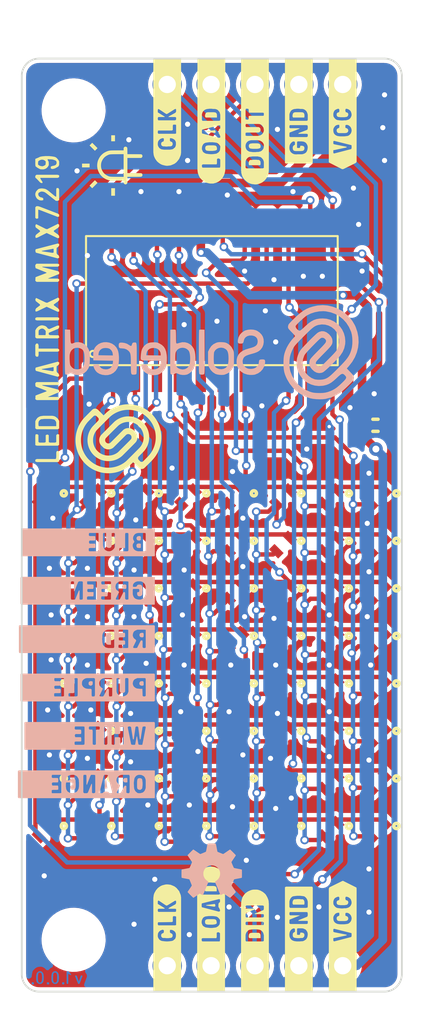
<source format=kicad_pcb>
(kicad_pcb (version 20211014) (generator pcbnew)
  (title_block (title "8x8 LED matrix Green MAX7219 board") (date "2021-09-08") (rev "V1.0.0.") (company "SOLDERED") (comment 1 "333148"))
  (layers (0 "F.Cu" signal) (31 "B.Cu" signal) (34 "B.Paste" user) (35 "F.Paste" user) (36 "B.SilkS" user "B.Silkscreen") (37 "F.SilkS" user "F.Silkscreen") (38 "B.Mask" user) (39 "F.Mask" user) (44 "Edge.Cuts" user))
  (net 0 "")
  (net 1 "Net-(D1-Pad1)")
  (net 2 "Net-(D1-Pad2)")
  (net 3 "Net-(D10-Pad2)")
  (net 4 "Net-(D17-Pad2)")
  (net 5 "Net-(D25-Pad2)")
  (net 6 "Net-(D33-Pad2)")
  (net 7 "Net-(D41-Pad2)")
  (net 8 "Net-(D49-Pad2)")
  (net 9 "Net-(D11-Pad1)")
  (net 10 "Net-(D12-Pad1)")
  (net 11 "Net-(D13-Pad1)")
  (net 12 "Net-(D14-Pad1)")
  (net 13 "Net-(D15-Pad1)")
  (net 14 "Net-(D16-Pad1)")
  (net 15 "CLK")
  (net 16 "LOAD")
  (net 17 "DIN")
  (net 18 "GND")
  (net 19 "VCC")
  (net 20 "DOUT")
  (net 21 "Net-(R1-Pad1)")
  (net 22 "Net-(D57-Pad2)")
  (net 23 "Net-(D10-Pad1)")
  (footprint "e-radionica.com footprinti:0402LED" (layer "F.Cu") (at 85 143.25 45)
    (fp_text reference "D4")
    (fp_text value "0402LED")
  )
  (footprint "e-radionica.com footprinti:0402LED" (layer "F.Cu") (at 85 126.75 45)
    (fp_text reference "D52")
    (fp_text value "0402LED")
  )
  (footprint "e-radionica.com footprinti:0402LED" (layer "F.Cu") (at 79.5 135 45)
    (fp_text reference "D26")
    (fp_text value "0402LED")
  )
  (footprint "e-radionica.com footprinti:0402LED" (layer "F.Cu") (at 87.75 135 45)
    (fp_text reference "D29")
    (fp_text value "0402LED")
  )
  (footprint "e-radionica.com footprinti:0402LED" (layer "F.Cu") (at 79.5 143.25 45)
    (fp_text reference "D2")
    (fp_text value "0402LED")
  )
  (footprint "e-radionica.com footprinti:0402LED" (layer "F.Cu") (at 96 124 45)
    (fp_text reference "D64")
    (fp_text value "0402LED")
  )
  (footprint "e-radionica.com footprinti:0402LED" (layer "F.Cu") (at 87.75 124 45)
    (fp_text reference "D61")
    (fp_text value "0402LED")
  )
  (footprint "Soldered Graphics:Logo-Back-SolderedFULL-17mm" (layer "F.Cu") (at 86.375 115.625)
    (fp_text reference "REF**" hide)
    (fp_text value "Logo-Front-SolderedFULL-17mm" hide)
  )
  (footprint "e-radionica.com footprinti:0402LED" (layer "F.Cu") (at 96 140.5 45)
    (fp_text reference "D16")
    (fp_text value "0402LED")
  )
  (footprint "e-radionica.com footprinti:0402LED" (layer "F.Cu") (at 93.25 124 45)
    (fp_text reference "D63")
    (fp_text value "0402LED")
  )
  (footprint "e-radionica.com footprinti:0402LED" (layer "F.Cu") (at 85 135 45)
    (fp_text reference "D28")
    (fp_text value "0402LED")
  )
  (footprint "e-radionica.com footprinti:0402LED" (layer "F.Cu") (at 82.25 126.75 45)
    (fp_text reference "D51")
    (fp_text value "0402LED")
  )
  (footprint "e-radionica.com footprinti:0402LED" (layer "F.Cu") (at 76.75 143.25 45)
    (fp_text reference "D1")
    (fp_text value "0402LED")
  )
  (footprint "e-radionica.com footprinti:0402LED" (layer "F.Cu") (at 93.25 137.75 45)
    (fp_text reference "D23")
    (fp_text value "0402LED")
  )
  (footprint "e-radionica.com footprinti:0402LED" (layer "F.Cu") (at 90.5 129.5 45)
    (fp_text reference "D46")
    (fp_text value "0402LED")
  )
  (footprint "e-radionica.com footprinti:0402LED" (layer "F.Cu") (at 79.5 124 45)
    (fp_text reference "D58")
    (fp_text value "0402LED")
  )
  (footprint "e-radionica.com footprinti:0402LED" (layer "F.Cu") (at 82.25 143.25 45)
    (fp_text reference "D3")
    (fp_text value "0402LED")
  )
  (footprint "e-radionica.com footprinti:0402LED" (layer "F.Cu") (at 93.25 132.25 45)
    (fp_text reference "D39")
    (fp_text value "0402LED")
  )
  (footprint "e-radionica.com footprinti:0402LED" (layer "F.Cu") (at 96 137.75 45)
    (fp_text reference "D24")
    (fp_text value "0402LED")
  )
  (footprint "e-radionica.com footprinti:0402LED" (layer "F.Cu") (at 85 129.5 45)
    (fp_text reference "D44")
    (fp_text value "0402LED")
  )
  (footprint "e-radionica.com footprinti:0402LED" (layer "F.Cu") (at 85 140.5 45)
    (fp_text reference "D12")
    (fp_text value "0402LED")
  )
  (footprint "e-radionica.com footprinti:0402LED" (layer "F.Cu") (at 85 132.25 45)
    (fp_text reference "D36")
    (fp_text value "0402LED")
  )
  (footprint "buzzardLabel" (layer "F.Cu") (at 93.955 153.025 90)
    (fp_text reference "")
    (fp_text value "")
  )
  (footprint "Soldered Graphics:Symbol-Front-LED" (layer "F.Cu") (at 80.615 104.815 90)
    (fp_text reference "G***" hide)
    (fp_text value "LOGO" hide)
  )
  (footprint "e-radionica.com footprinti:0402LED" (layer "F.Cu") (at 87.75 129.5 45)
    (fp_text reference "D45")
    (fp_text value "0402LED")
  )
  (footprint "e-radionica.com footprinti:0402LED" (layer "F.Cu") (at 76.75 129.5 45)
    (fp_text reference "D41")
    (fp_text value "0402LED")
  )
  (footprint "e-radionica.com footprinti:0402LED" (layer "F.Cu") (at 96 135 45)
    (fp_text reference "D32")
    (fp_text value "0402LED")
  )
  (footprint "buzzardLabel" (layer "F.Cu") (at 93.955 98.225 90)
    (fp_text reference "")
    (fp_text value "")
  )
  (footprint "e-radionica.com footprinti:0402LED" (layer "F.Cu") (at 85 137.75 45)
    (fp_text reference "D20")
    (fp_text value "0402LED")
  )
  (footprint "e-radionica.com footprinti:0402LED" (layer "F.Cu") (at 93.25 143.25 45)
    (fp_text reference "D7")
    (fp_text value "0402LED")
  )
  (footprint "buzzardLabel" (layer "F.Cu") (at 91.415 153.025 90)
    (fp_text reference "")
    (fp_text value "")
  )
  (footprint "e-radionica.com footprinti:0402LED" (layer "F.Cu") (at 96 132.25 45)
    (fp_text reference "D40")
    (fp_text value "0402LED")
  )
  (footprint "e-radionica.com footprinti:0402LED" (layer "F.Cu") (at 93.25 129.5 45)
    (fp_text reference "D47")
    (fp_text value "0402LED")
  )
  (footprint "e-radionica.com footprinti:0402LED" (layer "F.Cu") (at 79.5 126.75 45)
    (fp_text reference "D50")
    (fp_text value "0402LED")
  )
  (footprint "e-radionica.com footprinti:0402LED" (layer "F.Cu") (at 90.5 126.75 45)
    (fp_text reference "D54")
    (fp_text value "0402LED")
  )
  (footprint "Soldered Graphics:Logo-Back-OSH-3.5mm" (layer "F.Cu") (at 86.375 145.625)
    (fp_text reference "G***" hide)
    (fp_text value "LOGO" hide)
  )
  (footprint "e-radionica.com footprinti:0402LED" (layer "F.Cu") (at 96 126.75 45)
    (fp_text reference "D56")
    (fp_text value "0402LED")
  )
  (footprint "e-radionica.com footprinti:0402LED" (layer "F.Cu") (at 93.25 126.75 45)
    (fp_text reference "D55")
    (fp_text value "0402LED")
  )
  (footprint "buzzardLabel" (layer "F.Cu") (at 83.795 153.025 90)
    (fp_text reference "")
    (fp_text value "")
  )
  (footprint "e-radionica.com footprinti:0402LED" (layer "F.Cu") (at 79.5 140.5 45)
    (fp_text reference "D10")
    (fp_text value "0402LED")
  )
  (footprint "e-radionica.com footprinti:HOLE_3.2mm" (layer "F.Cu") (at 78.375 101.625)
    (fp_text reference "H2" hide)
    (fp_text value "HOLE_3.2mm" hide)
  )
  (footprint "e-radionica.com footprinti:0402LED" (layer "F.Cu") (at 90.5 124 45)
    (fp_text reference "D62")
    (fp_text value "0402LED")
  )
  (footprint "buzzardLabel" (layer "F.Cu") (at 88.875 153.025 90)
    (fp_text reference "")
    (fp_text value "")
  )
  (footprint "e-radionica.com footprinti:0402LED" (layer "F.Cu") (at 79.5 132.25 45)
    (fp_text reference "D34")
    (fp_text value "0402LED")
  )
  (footprint "e-radionica.com footprinti:0402LED" (layer "F.Cu") (at 90.5 143.25 45)
    (fp_text reference "D6")
    (fp_text value "0402LED")
  )
  (footprint "e-radionica.com footprinti:0402LED" (layer "F.Cu") (at 82.25 135 45)
    (fp_text reference "D27")
    (fp_text value "0402LED")
  )
  (footprint "e-radionica.com footprinti:0402LED" (layer "F.Cu") (at 87.75 137.75 45)
    (fp_text reference "D21")
    (fp_text value "0402LED")
  )
  (footprint "e-radionica.com footprinti:FIDUCIAL_23" (layer "F.Cu") (at 80.55 113.95)
    (fp_text reference "FD1")
    (fp_text value "FIDUCIAL")
  )
  (footprint "e-radionica.com footprinti:HOLE_3.2mm" (layer "F.Cu") (at 78.375 149.625)
    (fp_text reference "H1" hide)
    (fp_text value "HOLE_3.2mm" hide)
  )
  (footprint "e-radionica.com footprinti:0402LED" (layer "F.Cu") (at 90.5 140.5 45)
    (fp_text reference "D14")
    (fp_text value "0402LED")
  )
  (footprint "e-radionica.com footprinti:0402LED" (layer "F.Cu") (at 87.75 126.75 45)
    (fp_text reference "D53")
    (fp_text value "0402LED")
  )
  (footprint "e-radionica.com footprinti:0402LED" (layer "F.Cu") (at 96 143.25 45)
    (fp_text reference "D8")
    (fp_text value "0402LED")
  )
  (footprint "e-radionica.com footprinti:0402LED" (layer "F.Cu") (at 76.75 137.75 45)
    (fp_text reference "D17")
    (fp_text value "0402LED")
  )
  (footprint "e-radionica.com footprinti:0402LED" (layer "F.Cu") (at 82.25 140.5 45)
    (fp_text reference "D11")
    (fp_text value "0402LED")
  )
  (footprint "e-radionica.com footprinti:0402LED" (layer "F.Cu") (at 76.75 132.25 45)
    (fp_text reference "D33")
    (fp_text value "0402LED")
  )
  (footprint "e-radionica.com footprinti:0402LED" (layer "F.Cu") (at 87.75 132.25 45)
    (fp_text reference "D37")
    (fp_text value "0402LED")
  )
  (footprint "e-radionica.com footprinti:0402LED" (layer "F.Cu") (at 85 124 45)
    (fp_text reference "D60")
    (fp_text value "0402LED")
  )
  (footprint "e-radionica.com footprinti:0402LED" (layer "F.Cu") (at 82.25 129.5 45)
    (fp_text reference "D43")
    (fp_text value "0402LED")
  )
  (footprint "e-radionica.com footprinti:0402LED" (layer "F.Cu") (at 79.5 129.5 45)
    (fp_text reference "D42")
    (fp_text value "0402LED")
  )
  (footprint "buzzardLabel" (layer "F.Cu") (at 88.875 98.225 90)
    (fp_text reference "")
    (fp_text value "")
  )
  (footprint "e-radionica.com footprinti:0402LED" (layer "F.Cu") (at 76.75 126.75 45)
    (fp_text reference "D49")
    (fp_text value "0402LED")
  )
  (footprint "e-radionica.com footprinti:0402LED" (layer "F.Cu") (at 90.5 135 45)
    (fp_text reference "D30")
    (fp_text value "0402LED")
  )
  (footprint "buzzardLabel" (layer "F.Cu") (at 91.415 98.225 90)
    (fp_text reference "")
    (fp_text value "")
  )
  (footprint "buzzardLabel" (layer "F.Cu") (at 83.795 98.225 90)
    (fp_text reference "")
    (fp_text value "")
  )
  (footprint "e-radionica.com footprinti:0402LED" (layer "F.Cu") (at 93.25 135 45)
    (fp_text reference "D31")
    (fp_text value "0402LED")
  )
  (footprint "e-radionica.com footprinti:0402LED" (layer "F.Cu") (at 82.25 132.25 45)
    (fp_text reference "D35")
    (fp_text value "0402LED")
  )
  (footprint "e-radionica.com footprinti:SOIC-24" (layer "F.Cu") (at 86.375 112.65 90)
    (fp_text reference "U1")
    (fp_text value "MAX7219")
  )
  (footprint "buzzardLabel" (layer "F.Cu") (at 76.875 113.125 90)
    (fp_text reference "")
    (fp_text value "")
  )
  (footprint "e-radionica.com footprinti:0402LED" (layer "F.Cu") (at 82.25 137.75 45)
    (fp_text reference "D19")
    (fp_text value "0402LED")
  )
  (footprint "e-radionica.com footprinti:0402LED" (layer "F.Cu") (at 93.25 140.5 45)
    (fp_text reference "D15")
    (fp_text value "0402LED")
  )
  (footprint "buzzardLabel" (layer "F.Cu") (at 86.335 153.025 90)
    (fp_text reference "")
    (fp_text value "")
  )
  (footprint "e-radionica.com footprinti:0402LED" (layer "F.Cu") (at 82.25 124 45)
    (fp_text reference "D59")
    (fp_text value "0402LED")
  )
  (footprint "e-radionica.com footprinti:0402LED" (layer "F.Cu") (at 90.5 132.25 45)
    (fp_text reference "D38")
    (fp_text value "0402LED")
  )
  (footprint "e-radionica.com footprinti:0402LED" (layer "F.Cu") (at 76.75 124 45)
    (fp_text reference "D57")
    (fp_text value "0402LED")
  )
  (footprint "e-radionica.com footprinti:0402LED" (layer "F.Cu") (at 87.75 143.25 45)
    (fp_text reference "D5")
    (fp_text value "0402LED")
  )
  (footprint "e-radionica.com footprinti:0402LED" (layer "F.Cu") (at 76.75 135 45)
    (fp_text reference "D25")
    (fp_text value "0402LED")
  )
  (footprint "e-radionica.com footprinti:0603R" (layer "F.Cu") (at 95.85 119.85 180)
    (fp_text reference "R1")
    (fp_text value "22k")
  )
  (footprint "e-radionica.com footprinti:0402LED" (layer "F.Cu") (at 87.75 140.5 45)
    (fp_text reference "D13")
    (fp_text value "0402LED")
  )
  (footprint "Soldered Graphics:Logo-Front-Soldered-5mm" (layer "F.Cu") (at 80.975 120.625 90)
    (fp_text reference "G***" hide)
    (fp_text value "LOGO" hide)
  )
  (footprint "buzzardLabel" (layer "F.Cu") (at 86.35 98.225 90)
    (fp_text reference "")
    (fp_text value "")
  )
  (footprint "e-radionica.com footprinti:0402LED" (layer "F.Cu") (at 76.75 140.5 45)
    (fp_text reference "D9")
    (fp_text value "0402LED")
  )
  (footprint "e-radionica.com footprinti:0402LED" (layer "F.Cu") (at 90.5 137.75 45)
    (fp_text reference "D22")
    (fp_text value "0402LED")
  )
  (footprint "e-radionica.com footprinti:0402LED" (layer "F.Cu") (at 96 129.5 45)
    (fp_text reference "D48")
    (fp_text value "0402LED")
  )
  (footprint "e-radionica.com footprinti:0402LED" (layer "F.Cu") (at 79.5 137.75 45)
    (fp_text reference "D18")
    (fp_text value "0402LED")
  )
  (footprint "Soldered Graphics:Version1.0.0." (layer "B.Cu") (at 77.375 151.825 180)
    (fp_text reference "Ref**" hide)
    (fp_text value "Val**" hide)
  )
  (footprint "buzzardLabel" (layer "B.Cu") (at 83.475 137.825 180)
    (fp_text reference "")
    (fp_text value "")
  )
  (footprint "buzzardLabel" (layer "B.Cu") (at 83.475 135.025 180)
    (fp_text reference "")
    (fp_text value "")
  )
  (footprint "buzzardLabel" (layer "B.Cu") (at 83.475 129.425 180)
    (fp_text reference "")
    (fp_text value "")
  )
  (footprint "buzzardLabel" (layer "B.Cu") (at 83.475 140.625 180)
    (fp_text reference "")
    (fp_text value "")
  )
  (footprint "buzzardLabel" (layer "B.Cu") (at 83.475 126.625 180)
    (fp_text reference "")
    (fp_text value "")
  )
  (footprint "e-radionica.com footprinti:HEADER_MALE_5X1" (layer "B.Cu") (at 88.875 151.125)
    (fp_text reference "K1")
    (fp_text value "HEADER_MALE_5X1")
  )
  (footprint "buzzardLabel" (layer "B.Cu") (at 83.475 132.225 180)
    (fp_text reference "")
    (fp_text value "")
  )
  (footprint "e-radionica.com footprinti:HEADER_MALE_5X1" (layer "B.Cu") (at 88.875 100.125)
    (fp_text reference "K2")
    (fp_text value "HEADER_MALE_5X1")
  )
  (gr_arc (start 96.375 98.625) (mid 97.082107 98.917893) (end 97.375 99.625) (layer "Edge.Cuts") (width 0.1))
  (gr_line (start 75.375 99.625) (end 75.375 151.625) (layer "Edge.Cuts") (width 0.1))
  (gr_arc (start 76.375 152.625) (mid 75.667893 152.332107) (end 75.375 151.625) (layer "Edge.Cuts") (width 0.1))
  (gr_line (start 97.375 151.625) (end 97.375 99.625) (layer "Edge.Cuts") (width 0.1))
  (gr_line (start 76.375 152.625) (end 96.375 152.625) (layer "Edge.Cuts") (width 0.1))
  (gr_arc (start 97.375 151.625) (mid 97.082107 152.332107) (end 96.375 152.625) (layer "Edge.Cuts") (width 0.1))
  (gr_arc (start 75.375 99.625) (mid 75.667893 98.917893) (end 76.375 98.625) (layer "Edge.Cuts") (width 0.1))
  (gr_line (start 96.375 98.625) (end 76.375 98.625) (layer "Edge.Cuts") (width 0.1))
  (segment (start 92.075 106.825) (end 92.075 108.135) (width 0.254) (layer "F.Cu") (net 1))
  (segment (start 76.216637 124.583363) (end 76.166637 124.633363) (width 0.254) (layer "F.Cu") (net 1))
  (segment (start 76.166637 124.633363) (end 76.166637 143.444455) (width 0.254) (layer "F.Cu") (net 1))
  (segment (start 76.166637 123.433363) (end 76.166637 124.583363) (width 0.254) (layer "F.Cu") (net 1))
  (segment (start 77.875 121.725) (end 76.166637 123.433363) (width 0.254) (layer "F.Cu") (net 1))
  (segment (start 92.075 108.135) (end 92.09 108.15) (width 0.254) (layer "F.Cu") (net 1))
  (segment (start 76.166637 124.583363) (end 76.216637 124.583363) (width 0.254) (layer "F.Cu") (net 1))
  (segment (start 76.166637 143.444455) (end 76.361091 143.638909) (width 0.254) (layer "F.Cu") (net 1))
  (via (at 92.075 106.825) (size 0.5) (drill 0.3) (layers "F.Cu" "B.Cu") (net 1))
  (via (at 77.875 121.725) (size 0.5) (drill 0.3) (layers "F.Cu" "B.Cu") (net 1))
  (segment (start 92.075 106.825) (end 91.975 106.925) (width 0.254) (layer "B.Cu") (net 1))
  (segment (start 77.875 106.925) (end 77.875 121.725) (width 0.254) (layer "B.Cu") (net 1))
  (segment (start 91.975 106.925) (end 88.975 106.925) (width 0.254) (layer "B.Cu") (net 1))
  (segment (start 88.975 106.925) (end 87.475 105.425) (width 0.254) (layer "B.Cu") (net 1))
  (segment (start 79.375 105.425) (end 77.875 106.925) (width 0.254) (layer "B.Cu") (net 1))
  (segment (start 87.475 105.425) (end 79.375 105.425) (width 0.254) (layer "B.Cu") (net 1))
  (segment (start 80.575 118.425) (end 80.66 118.34) (width 0.254) (layer "F.Cu") (net 2))
  (segment (start 79.875 141.825) (end 79.875 142.458274) (width 0.254) (layer "F.Cu") (net 2))
  (segment (start 77.138909 142.861091) (end 77.333363 142.666637) (width 0.254) (layer "F.Cu") (net 2))
  (segment (start 96.194455 142.666637) (end 96.388909 142.861091) (width 0.254) (layer "F.Cu") (net 2))
  (segment (start 79.875 142.458274) (end 80.083363 142.666637) (width 0.254) (layer "F.Cu") (net 2))
  (segment (start 77.333363 142.666637) (end 96.194455 142.666637) (width 0.254) (layer "F.Cu") (net 2))
  (segment (start 80.66 118.34) (end 80.66 117.15) (width 0.254) (layer "F.Cu") (net 2))
  (via (at 79.875 141.825) (size 0.5) (drill 0.3) (layers "F.Cu" "B.Cu") (net 2))
  (via (at 80.575 118.425) (size 0.5) (drill 0.3) (layers "F.Cu" "B.Cu") (net 2))
  (segment (start 80.05 141.65) (end 80.05 118.95) (width 0.254) (layer "B.Cu") (net 2))
  (segment (start 80.05 118.95) (end 80.575 118.425) (width 0.254) (layer "B.Cu") (net 2))
  (segment (start 79.875 141.825) (end 80.05 141.65) (width 0.254) (layer "B.Cu") (net 2))
  (segment (start 90.888909 139.611091) (end 90.888909 140.111091) (width 0.254) (layer "F.Cu") (net 3))
  (segment (start 83.890311 139.825) (end 83.60422 140.111091) (width 0.254) (layer "F.Cu") (net 3))
  (segment (start 96.102818 139.825) (end 83.890311 139.825) (width 0.254) (layer "F.Cu") (net 3))
  (segment (start 91.075 139.425) (end 90.888909 139.611091) (width 0.254) (layer "F.Cu") (net 3))
  (segment (start 83.60422 140.111091) (end 77.138909 140.111091) (width 0.254) (layer "F.Cu") (net 3))
  (segment (start 91.251023 119.701023) (end 92.09 118.862046) (width 0.254) (layer "F.Cu") (net 3))
  (segment (start 96.388909 140.111091) (end 96.102818 139.825) (width 0.254) (layer "F.Cu") (net 3))
  (segment (start 92.09 118.862046) (end 92.09 117.15) (width 0.254) (layer "F.Cu") (net 3))
  (via (at 91.251023 119.701023) (size 0.5) (drill 0.3) (layers "F.Cu" "B.Cu") (net 3))
  (via (at 91.075 139.425) (size 0.5) (drill 0.3) (layers "F.Cu" "B.Cu") (net 3))
  (segment (start 91.138602 119.813444) (end 91.251023 119.701023) (width 0.254) (layer "B.Cu") (net 3))
  (segment (start 91.138602 139.361398) (end 91.138602 119.813444) (width 0.254) (layer "B.Cu") (net 3))
  (segment (start 91.075 139.425) (end 91.138602 139.361398) (width 0.254) (layer "B.Cu") (net 3))
  (segment (start 77.138909 137.361091) (end 77.333363 137.166637) (width 0.254) (layer "F.Cu") (net 4))
  (segment (start 85.575 119.125) (end 85.74 118.96) (width 0.254) (layer "F.Cu") (net 4))
  (segment (start 85.583363 136.983363) (end 85.55 136.95) (width 0.254) (layer "F.Cu") (net 4))
  (segment (start 96.194455 137.166637) (end 96.388909 137.361091) (width 0.254) (layer "F.Cu") (net 4))
  (segment (start 85.583363 137.166637) (end 85.583363 136.983363) (width 0.254) (layer "F.Cu") (net 4))
  (segment (start 85.74 118.96) (end 85.74 117.15) (width 0.254) (layer "F.Cu") (net 4))
  (segment (start 85.55 136.95) (end 85.55 135.6) (width 0.254) (layer "F.Cu") (net 4))
  (segment (start 77.333363 137.166637) (end 96.194455 137.166637) (width 0.254) (layer "F.Cu") (net 4))
  (via (at 85.55 135.6) (size 0.5) (drill 0.3) (layers "F.Cu" "B.Cu") (net 4))
  (via (at 85.575 119.125) (size 0.5) (drill 0.3) (layers "F.Cu" "B.Cu") (net 4))
  (segment (start 85.575 119.125) (end 85.55 119.15) (width 0.254) (layer "B.Cu") (net 4))
  (segment (start 85.55 119.15) (end 85.55 135.6) (width 0.254) (layer "B.Cu") (net 4))
  (segment (start 88.333363 132.94074) (end 88.232435 132.839812) (width 0.254) (layer "F.Cu") (net 5))
  (segment (start 87.01 119.19) (end 87.01 117.15) (width 0.254) (layer "F.Cu") (net 5))
  (segment (start 77.333363 134.416637) (end 96.194455 134.416637) (width 0.254) (layer "F.Cu") (net 5))
  (segment (start 88.333363 134.416637) (end 88.333363 132.94074) (width 0.254) (layer "F.Cu") (net 5))
  (segment (start 96.194455 134.416637) (end 96.388909 134.611091) (width 0.254) (layer "F.Cu") (net 5))
  (segment (start 86.975 119.225) (end 87.01 119.19) (width 0.254) (layer "F.Cu") (net 5))
  (segment (start 77.138909 134.611091) (end 77.333363 134.416637) (width 0.254) (layer "F.Cu") (net 5))
  (via (at 86.975 119.225) (size 0.5) (drill 0.3) (layers "F.Cu" "B.Cu") (net 5))
  (via (at 88.232435 132.839812) (size 0.5) (drill 0.3) (layers "F.Cu" "B.Cu") (net 5))
  (segment (start 88.232435 132.132435) (end 88.232435 132.839812) (width 0.254) (layer "B.Cu") (net 5))
  (segment (start 87.575 123.725) (end 87.55 123.75) (width 0.254) (layer "B.Cu") (net 5))
  (segment (start 86.95 119.25) (end 86.95 123.1) (width 0.254) (layer "B.Cu") (net 5))
  (segment (start 87.55 123.75) (end 87.55 131.45) (width 0.254) (layer "B.Cu") (net 5))
  (segment (start 86.95 123.1) (end 87.575 123.725) (width 0.254) (layer "B.Cu") (net 5))
  (segment (start 87.55 131.45) (end 88.232435 132.132435) (width 0.254) (layer "B.Cu") (net 5))
  (segment (start 86.975 119.225) (end 86.95 119.25) (width 0.254) (layer "B.Cu") (net 5))
  (segment (start 82.866637 131.666637) (end 96.194455 131.666637) (width 0.254) (layer "F.Cu") (net 6))
  (segment (start 77.138909 131.861091) (end 77.333363 131.666637) (width 0.254) (layer "F.Cu") (net 6))
  (segment (start 96.194455 131.666637) (end 96.388909 131.861091) (width 0.254) (layer "F.Cu") (net 6))
  (segment (start 77.333363 131.666637) (end 82.866637 131.666637) (width 0.254) (layer "F.Cu") (net 6))
  (segment (start 81.9735 118.325) (end 81.93 118.2815) (width 0.254) (layer "F.Cu") (net 6))
  (segment (start 81.93 118.2815) (end 81.93 117.15) (width 0.254) (layer "F.Cu") (net 6))
  (segment (start 82.775 130.825) (end 82.866637 130.916637) (width 0.254) (layer "F.Cu") (net 6))
  (segment (start 82.866637 130.916637) (end 82.866637 131.666637) (width 0.254) (layer "F.Cu") (net 6))
  (via (at 82.775 130.825) (size 0.5) (drill 0.3) (layers "F.Cu" "B.Cu") (net 6))
  (via (at 81.9735 118.325) (size 0.5) (drill 0.3) (layers "F.Cu" "B.Cu") (net 6))
  (segment (start 82.775 120.725) (end 82.775 130.825) (width 0.254) (layer "B.Cu") (net 6))
  (segment (start 81.9735 118.325) (end 81.9735 119.9235) (width 0.254) (layer "B.Cu") (net 6))
  (segment (start 81.9735 119.9235) (end 82.775 120.725) (width 0.254) (layer "B.Cu") (net 6))
  (segment (start 91.083363 128.916637) (end 91.091637 128.916637) (width 0.254) (layer "F.Cu") (net 7))
  (segment (start 90.675 118.425) (end 90.82 118.28) (width 0.254) (layer "F.Cu") (net 7))
  (segment (start 90.866637 128.916637) (end 90.3 128.35) (width 0.254) (layer "F.Cu") (net 7))
  (segment (start 91.083363 128.916637) (end 90.866637 128.916637) (width 0.254) (layer "F.Cu") (net 7))
  (segment (start 96.194455 128.916637) (end 96.388909 129.111091) (width 0.254) (layer "F.Cu") (net 7))
  (segment (start 91.091637 128.916637) (end 96.194455 128.916637) (width 0.254) (layer "F.Cu") (net 7))
  (segment (start 90.82 118.28) (end 90.82 117.15) (width 0.254) (layer "F.Cu") (net 7))
  (segment (start 77.333363 128.916637) (end 91.091637 128.916637) (width 0.254) (layer "F.Cu") (net 7))
  (segment (start 77.138909 129.111091) (end 77.333363 128.916637) (width 0.254) (layer "F.Cu") (net 7))
  (via (at 90.3 128.35) (size 0.5) (drill 0.3) (layers "F.Cu" "B.Cu") (net 7))
  (via (at 90.675 118.425) (size 0.5) (drill 0.3) (layers "F.Cu" "B.Cu") (net 7))
  (segment (start 90.675 118.425) (end 89.975 119.125) (width 0.254) (layer "B.Cu") (net 7))
  (segment (start 89.548489 127.598489) (end 90.3 128.35) (width 0.254) (layer "B.Cu") (net 7))
  (segment (start 89.975 124.924826) (end 89.548489 125.351337) (width 0.254) (layer "B.Cu") (net 7))
  (segment (start 89.548489 125.351337) (end 89.548489 127.598489) (width 0.254) (layer "B.Cu") (net 7))
  (segment (start 89.975 119.125) (end 89.975 124.924826) (width 0.254) (layer "B.Cu") (net 7))
  (segment (start 96.194455 126.166637) (end 96.388909 126.361091) (width 0.254) (layer "F.Cu") (net 8))
  (segment (start 77.138909 126.361091) (end 77.333363 126.166637) (width 0.254) (layer "F.Cu") (net 8))
  (segment (start 85.45 125.95) (end 85.140059 125.640059) (width 0.254) (layer "F.Cu") (net 8))
  (segment (start 84.575 118.625) (end 84.575 117.255) (width 0.254) (layer "F.Cu") (net 8))
  (segment (start 85.140059 125.640059) (end 84.570793 125.640059) (width 0.254) (layer "F.Cu") (net 8))
  (segment (start 85.583363 126.083363) (end 85.45 125.95) (width 0.254) (layer "F.Cu") (net 8))
  (segment (start 85.583363 126.166637) (end 85.583363 126.083363) (width 0.254) (layer "F.Cu") (net 8))
  (segment (start 77.333363 126.166637) (end 96.194455 126.166637) (width 0.254) (layer "F.Cu") (net 8))
  (segment (start 84.575 117.255) (end 84.47 117.15) (width 0.254) (layer "F.Cu") (net 8))
  (via (at 84.575 118.625) (size 0.5) (drill 0.3) (layers "F.Cu" "B.Cu") (net 8))
  (via (at 84.570793 125.640059) (size 0.5) (drill 0.3) (layers "F.Cu" "B.Cu") (net 8))
  (segment (start 84.575 118.625) (end 84.85 118.9) (width 0.254) (layer "B.Cu") (net 8))
  (segment (start 84.570793 124.304207) (end 84.570793 125.640059) (width 0.254) (layer "B.Cu") (net 8))
  (segment (start 84.85 118.9) (end 84.85 124.025) (width 0.254) (layer "B.Cu") (net 8))
  (segment (start 84.85 124.025) (end 84.570793 124.304207) (width 0.254) (layer "B.Cu") (net 8))
  (segment (start 80.85 133.425) (end 81.075 133.425) (width 0.254) (layer "F.Cu") (net 9))
  (segment (start 80.85 141.625) (end 81.586091 140.888909) (width 0.254) (layer "F.Cu") (net 9))
  (segment (start 80.875 127.825) (end 81.561091 127.138909) (width 0.254) (layer "F.Cu") (net 9))
  (segment (start 80.775 143.625) (end 80.788909 143.638909) (width 0.254) (layer "F.Cu") (net 9))
  (segment (start 81.075 133.425) (end 81.861091 132.638909) (width 0.254) (layer "F.Cu") (net 9))
  (segment (start 81.611091 135.388909) (end 81.861091 135.388909) (width 0.254) (layer "F.Cu") (net 9))
  (segment (start 81.775 119.925) (end 81.775 122.525) (width 0.254) (layer "F.Cu") (net 9))
  (segment (start 85.275 112.85) (end 85.675 112.45) (width 0.254) (layer "F.Cu") (net 9))
  (segment (start 84.475 108.155) (end 84.47 108.15) (width 0.254) (layer "F.Cu") (net 9))
  (segment (start 81.586091 140.888909) (end 81.861091 140.888909) (width 0.254) (layer "F.Cu") (net 9))
  (segment (start 81.761091 138.138909) (end 81.861091 138.138909) (width 0.254) (layer "F.Cu") (net 9))
  (segment (start 81.561091 127.138909) (end 81.861091 127.138909) (width 0.254) (layer "F.Cu") (net 9))
  (segment (start 83.35 112.85) (end 85.275 112.85) (width 0.254) (layer "F.Cu") (net 9))
  (segment (start 81.411091 124.388909) (end 81.861091 124.388909) (width 0.254) (layer "F.Cu") (net 9))
  (segment (start 83.175 118.525) (end 81.775 119.925) (width 0.254) (layer "F.Cu") (net 9))
  (segment (start 81.861091 129.888909) (end 81.811091 129.888909) (width 0.254) (layer "F.Cu") (net 9))
  (segment (start 81.811091 129.888909) (end 80.85 130.85) (width 0.254) (layer "F.Cu") (net 9))
  (segment (start 80.85 139.05) (end 81.761091 138.138909) (width 0.254) (layer "F.Cu") (net 9))
  (segment (start 80.788909 143.638909) (end 81.861091 143.638909) (width 0.254) (layer "F.Cu") (net 9))
  (segment (start 80.875 136.125) (end 81.611091 135.388909) (width 0.254) (layer "F.Cu") (net 9))
  (segment (start 80.875 124.925) (end 81.411091 124.388909) (width 0.254) (layer "F.Cu") (net 9))
  (segment (start 84.475 110.025) (end 84.475 108.155) (width 0.254) (layer "F.Cu") (net 9))
  (via (at 80.875 136.125) (size 0.5) (drill 0.3) (layers "F.Cu" "B.Cu") (net 9))
  (via (at 83.35 112.85) (size 0.5) (drill 0.3) (layers "F.Cu" "B.Cu") (net 9))
  (via (at 83.175 118.525) (size 0.5) (drill 0.3) (layers "F.Cu" "B.Cu") (net 9))
  (via (at 80.775 143.625) (size 0.5) (drill 0.3) (layers "F.Cu" "B.Cu") (net 9))
  (via (at 80.875 124.925) (size 0.5) (drill 0.3) (layers "F.Cu" "B.Cu") (net 9))
  (via (at 80.85 141.625) (size 0.5) (drill 0.3) (layers "F.Cu" "B.Cu") (net 9))
  (via (at 84.475 110.025) (size 0.5) (drill 0.3) (layers "F.Cu" "B.Cu") (net 9))
  (via (at 80.85 130.85) (size 0.5) (drill 0.3) (layers "F.Cu" "B.Cu") (net 9))
  (via (at 81.775 122.525) (size 0.5) (drill 0.3) (layers "F.Cu" "B.Cu") (net 9))
  (via (at 85.675 112.45) (size 0.5) (drill 0.3) (layers "F.Cu" "B.Cu") (net 9))
  (via (at 80.85 139.05) (size 0.5) (drill 0.3) (layers "F.Cu" "B.Cu") (net 9))
  (via (at 80.85 133.425) (size 0.5) (drill 0.3) (layers "F.Cu" "B.Cu") (net 9))
  (via (at 80.875 127.825) (size 0.5) (drill 0.3) (layers "F.Cu" "B.Cu") (net 9))
  (segment (start 80.85 133.425) (end 80.85 130.85) (width 0.254) (layer "B.Cu") (net 9))
  (segment (start 80.875 123.425) (end 81.775 122.525) (width 0.254) (layer "B.Cu") (net 9))
  (segment (start 80.875 127.825) (end 80.875 124.925) (width 0.254) (layer "B.Cu") (net 9))
  (segment (start 84.475 110.825) (end 85.675 112.025) (width 0.254) (layer "B.Cu") (net 9))
  (segment (start 83.15 118.5) (end 83.15 113.05) (width 0.254) (layer "B.Cu") (net 9))
  (segment (start 80.85 141.625) (end 80.85 139.05) (width 0.254) (layer "B.Cu") (net 9))
  (segment (start 80.85 143.55) (end 80.775 143.625) (width 0.254) (layer "B.Cu") (net 9))
  (segment (start 83.175 118.525) (end 83.15 118.5) (width 0.254) (layer "B.Cu") (net 9))
  (segment (start 80.85 136.15) (end 80.85 139.05) (width 0.254) (layer "B.Cu") (net 9))
  (segment (start 84.475 110.025) (end 84.475 110.825) (width 0.254) (layer "B.Cu") (net 9))
  (segment (start 80.85 133.425) (end 80.85 136.1) (width 0.254) (layer "B.Cu") (net 9))
  (segment (start 83.15 113.05) (end 83.35 112.85) (width 0.254) (layer "B.Cu") (net 9))
  (segment (start 80.85 136.1) (end 80.875 136.125) (width 0.254) (layer "B.Cu") (net 9))
  (segment (start 80.875 136.125) (end 80.85 136.15) (width 0.254) (layer "B.Cu") (net 9))
  (segment (start 80.85 141.625) (end 80.85 143.55) (width 0.254) (layer "B.Cu") (net 9))
  (segment (start 80.85 127.85) (end 80.85 130.85) (width 0.254) (layer "B.Cu") (net 9))
  (segment (start 80.875 124.925) (end 80.875 123.425) (width 0.254) (layer "B.Cu") (net 9))
  (segment (start 80.875 127.825) (end 80.85 127.85) (width 0.254) (layer "B.Cu") (net 9))
  (segment (start 85.675 112.025) (end 85.675 112.45) (width 0.254) (layer "B.Cu") (net 9))
  (segment (start 84.3 143.95) (end 83.65 143.95) (width 0.254) (layer "F.Cu") (net 10))
  (segment (start 83.675 138.325) (end 84.425 138.325) (width 0.254) (layer "F.Cu") (net 10))
  (segment (start 83.575 132.825) (end 84.425 132.825) (width 0.254) (layer "F.Cu") (net 10))
  (segment (start 80.575 108.235) (end 80.66 108.15) (width 0.254) (layer "F.Cu") (net 10))
  (segment (start 83.65 127.325) (end 83.836091 127.138909) (width 0.254) (layer "F.Cu") (net 10))
  (segment (start 83.65 124.85) (end 84.15 124.85) (width 0.254) (layer "F.Cu") (net 10))
  (segment (start 84.175 141.325) (end 84.611091 140.888909) (width 0.254) (layer "F.Cu") (net 10))
  (segment (start 83.65 129.825) (end 84.547182 129.825) (width 0.254) (layer "F.Cu") (net 10))
  (segment (start 84.425 132.825) (end 84.611091 132.638909) (width 0.254) (layer "F.Cu") (net 10))
  (segment (start 84.15 124.85) (end 84.611091 124.388909) (width 0.254) (layer "F.Cu") (net 10))
  (segment (start 83.675 135.625) (end 83.911091 135.388909) (width 0.254) (layer "F.Cu") (net 10))
  (segment (start 83.675 141.325) (end 84.175 141.325) (width 0.254) (layer "F.Cu") (net 10))
  (segment (start 83.911091 135.388909) (end 84.611091 135.388909) (width 0.254) (layer "F.Cu") (net 10))
  (segment (start 80.575 110.125) (end 80.575 108.235) (width 0.254) (layer "F.Cu") (net 10))
  (segment (start 83.836091 127.138909) (end 84.611091 127.138909) (width 0.254) (layer "F.Cu") (net 10))
  (segment (start 84.425 138.325) (end 84.611091 138.138909) (width 0.254) (layer "F.Cu") (net 10))
  (segment (start 84.547182 129.825) (end 84.611091 129.888909) (width 0.254) (layer "F.Cu") (net 10))
  (segment (start 84.611091 143.638909) (end 84.3 143.95) (width 0.254) (layer "F.Cu") (net 10))
  (via (at 83.65 143.95) (size 0.5) (drill 0.3) (layers "F.Cu" "B.Cu") (net 10))
  (via (at 80.575 110.125) (size 0.5) (drill 0.3) (layers "F.Cu" "B.Cu") (net 10))
  (via (at 83.65 124.85) (size 0.5) (drill 0.3) (layers "F.Cu" "B.Cu") (net 10))
  (via (at 83.675 141.325) (size 0.5) (drill 0.3) (layers "F.Cu" "B.Cu") (net 10))
  (via (at 83.65 127.325) (size 0.5) (drill 0.3) (layers "F.Cu" "B.Cu") (net 10))
  (via (at 83.675 135.625) (size 0.5) (drill 0.3) (layers "F.Cu" "B.Cu") (net 10))
  (via (at 83.65 129.825) (size 0.5) (drill 0.3) (layers "F.Cu" "B.Cu") (net 10))
  (via (at 83.575 132.825) (size 0.5) (drill 0.3) (layers "F.Cu" "B.Cu") (net 10))
  (via (at 83.675 138.325) (size 0.5) (drill 0.3) (layers "F.Cu" "B.Cu") (net 10))
  (segment (start 83.65 143.95) (end 83.65 141.35) (width 0.254) (layer "B.Cu") (net 10))
  (segment (start 82.55 119.45) (end 83.375 120.275) (width 0.254) (layer "B.Cu") (net 10))
  (segment (start 83.575 135.525) (end 83.675 135.625) (width 0.254) (layer "B.Cu") (net 10))
  (segment (start 83.675 138.325) (end 83.675 141.325) (width 0.254) (layer "B.Cu") (net 10))
  (segment (start 83.675 135.625) (end 83.675 138.325) (width 0.254) (layer "B.Cu") (net 10))
  (segment (start 83.65 129.825) (end 83.65 127.325) (width 0.254) (layer "B.Cu") (net 10))
  (segment (start 83.65 129.825) (end 83.65 132.75) (width 0.254) (layer "B.Cu") (net 10))
  (segment (start 83.375 120.275) (end 83.375 124.575) (width 0.254) (layer "B.Cu") (net 10))
  (segment (start 80.575 110.125) (end 82.55 112.1) (width 0.254) (layer "B.Cu") (net 10))
  (segment (start 82.55 112.1) (end 82.55 119.45) (width 0.254) (layer "B.Cu") (net 10))
  (segment (start 83.65 127.325) (end 83.65 124.85) (width 0.254) (layer "B.Cu") (net 10))
  (segment (start 83.575 132.825) (end 83.575 135.525) (width 0.254) (layer "B.Cu") (net 10))
  (segment (start 83.65 132.75) (end 83.575 132.825) (width 0.254) (layer "B.Cu") (net 10))
  (segment (start 83.65 141.35) (end 83.675 141.325) (width 0.254) (layer "B.Cu") (net 10))
  (segment (start 83.375 124.575) (end 83.65 124.85) (width 0.254) (layer "B.Cu") (net 10))
  (segment (start 86.263909 143.638909) (end 87.361091 143.638909) (width 0.254) (layer "F.Cu") (net 11))
  (segment (start 86.461091 127.138909) (end 87.361091 127.138909) (width 0.254) (layer "F.Cu") (net 11))
  (segment (start 86.275 141.225) (end 86.611091 140.888909) (width 0.254) (layer "F.Cu") (net 11))
  (segment (start 86.25 138.025) (end 86.363909 138.138909) (width 0.254) (layer "F.Cu") (net 11))
  (segment (start 87.361091 129.888909) (end 86.5 130.75) (width 0.254) (layer "F.Cu") (net 11))
  (segment (start 86.25 143.625) (end 86.263909 143.638909) (width 0.254) (layer "F.Cu") (net 11))
  (segment (start 86.925 124.825) (end 87.361091 124.388909) (width 0.254) (layer "F.Cu") (net 11))
  (segment (start 86.375 124.825) (end 86.925 124.825) (width 0.254) (layer "F.Cu") (net 11))
  (segment (start 86.5 130.75) (end 86.25 130.75) (width 0.254) (layer "F.Cu") (net 11))
  (segment (start 86.363909 138.138909) (end 87.361091 138.138909) (width 0.254) (layer "F.Cu") (net 11))
  (segment (start 86.25 132.925) (end 87.075 132.925) (width 0.254) (layer "F.Cu") (net 11))
  (segment (start 86.275 136.025) (end 86.725 136.025) (width 0.254) (layer "F.Cu") (net 11))
  (segment (start 86.725 136.025) (end 87.361091 135.388909) (width 0.254) (layer "F.Cu") (net 11))
  (segment (start 86.611091 140.888909) (end 87.361091 140.888909) (width 0.254) (layer "F.Cu") (net 11))
  (segment (start 83.225 109.975) (end 83.2 109.95) (width 0.254) (layer "F.Cu") (net 11))
  (segment (start 83.2 109.95) (end 83.2 108.15) (width 0.254) (layer "F.Cu") (net 11))
  (segment (start 87.075 132.925) (end 87.361091 132.638909) (width 0.254) (layer "F.Cu") (net 11))
  (segment (start 86.175 127.425) (end 86.461091 127.138909) (width 0.254) (layer "F.Cu") (net 11))
  (via (at 86.25 132.925) (size 0.5) (drill 0.3) (layers "F.Cu" "B.Cu") (net 11))
  (via (at 86.275 136.025) (size 0.5) (drill 0.3) (layers "F.Cu" "B.Cu") (net 11))
  (via (at 86.375 124.825) (size 0.5) (drill 0.3) (layers "F.Cu" "B.Cu") (net 11))
  (via (at 86.275 141.225) (size 0.5) (drill 0.3) (layers "F.Cu" "B.Cu") (net 11))
  (via (at 86.25 130.75) (size 0.5) (drill 0.3) (layers "F.Cu" "B.Cu") (net 11))
  (via (at 86.25 138.025) (size 0.5) (drill 0.3) (layers "F.Cu" "B.Cu") (net 11))
  (via (at 83.225 109.975) (size 0.5) (drill 0.3) (layers "F.Cu" "B.Cu") (net 11))
  (via (at 86.175 127.425) (size 0.5) (drill 0.3) (layers "F.Cu" "B.Cu") (net 11))
  (via (at 86.25 143.625) (size 0.5) (drill 0.3) (layers "F.Cu" "B.Cu") (net 11))
  (segment (start 86.25 138.025) (end 86.25 141.2) (width 0.254) (layer "B.Cu") (net 11))
  (segment (start 86.25 143.625) (end 86.25 141.25) (width 0.254) (layer "B.Cu") (net 11))
  (segment (start 86.25 136.05) (end 86.275 136.025) (width 0.254) (layer "B.Cu") (net 11))
  (segment (start 86.25 132.925) (end 86.25 136) (width 0.254) (layer "B.Cu") (net 11))
  (segment (start 86.25 127.5) (end 86.175 127.425) (width 0.254) (layer "B.Cu") (net 11))
  (segment (start 86.175 125.025) (end 86.175 127.425) (width 0.254) (layer "B.Cu") (net 11))
  (segment (start 86.375 124.825) (end 86.375 117.925) (width 0.254) (layer "B.Cu") (net 11))
  (segment (start 86.25 132.925) (end 86.25 130.75) (width 0.254) (layer "B.Cu") (net 11))
  (segment (start 86.25 138.025) (end 86.25 136.05) (width 0.254) (layer "B.Cu") (net 11))
  (segment (start 86.375 124.825) (end 86.175 125.025) (width 0.254) (layer "B.Cu") (net 11))
  (segment (start 83.225 111.025) (end 83.225 109.975) (width 0.254) (layer "B.Cu") (net 11))
  (segment (start 85.6 113.4) (end 83.225 111.025) (width 0.254) (layer "B.Cu") (net 11))
  (segment (start 86.25 130.75) (end 86.25 127.5) (width 0.254) (layer "B.Cu") (net 11))
  (segment (start 86.25 141.25) (end 86.275 141.225) (width 0.254) (layer "B.Cu") (net 11))
  (segment (start 86.25 136) (end 86.275 136.025) (width 0.254) (layer "B.Cu") (net 11))
  (segment (start 86.375 117.925) (end 85.6 117.15) (width 0.254) (layer "B.Cu") (net 11))
  (segment (start 86.25 141.2) (end 86.275 141.225) (width 0.254) (layer "B.Cu") (net 11))
  (segment (start 85.6 117.15) (end 85.6 113.4) (width 0.254) (layer "B.Cu") (net 11))
  (segment (start 89.838909 143.638909) (end 89.95 143.75) (width 0.254) (layer "F.Cu") (net 12))
  (segment (start 90.111091 129.888909) (end 89.45 130.55) (width 0.254) (layer "F.Cu") (net 12))
  (segment (start 90.111091 124.388909) (end 90.125 124.402818) (width 0.254) (layer "F.Cu") (net 12))
  (segment (start 88.975 135.625) (end 89.211091 135.388909) (width 0.254) (layer "F.Cu") (net 12))
  (segment (start 88.975 141.125) (end 89.211091 140.888909) (width 0.254) (layer "F.Cu") (net 12))
  (segment (start 88.95 124.85) (end 89.65 124.85) (width 0.254) (layer "F.Cu") (net 12))
  (segment (start 89.211091 140.888909) (end 90.111091 140.888909) (width 0.254) (layer "F.Cu") (net 12))
  (segment (start 90.875 113.025) (end 90.82 112.97) (width 0.254) (layer "F.Cu") (net 12))
  (segment (start 89.65 124.85) (end 90.111091 124.388909) (width 0.254) (layer "F.Cu") (net 12))
  (segment (start 89.004362 132.425862) (end 89.217409 132.638909) (width 0.254) (layer "F.Cu") (net 12))
  (segment (start 89.925 127.325) (end 90.111091 127.138909) (width 0.254) (layer "F.Cu") (net 12))
  (segment (start 90.82 112.97) (end 90.82 108.15) (width 0.254) (layer "F.Cu") (net 12))
  (segment (start 89.45 130.55) (end 88.95 130.55) (width 0.254) (layer "F.Cu") (net 12))
  (segment (start 90.125 124.402818) (end 90.125 125.590137) (width 0.254) (layer "F.Cu") (net 12))
  (segment (start 88.95 143.625) (end 88.963909 143.638909) (width 0.254) (layer "F.Cu") (net 12))
  (segment (start 89.217409 132.638909) (end 90.111091 132.638909) (width 0.254) (layer "F.Cu") (net 12))
  (segment (start 88.950011 127.325) (end 89.925 127.325) (width 0.254) (layer "F.Cu") (net 12))
  (segment (start 88.963909 143.638909) (end 89.838909 143.638909) (width 0.254) (layer "F.Cu") (net 12))
  (segment (start 89.211091 135.388909) (end 90.111091 135.388909) (width 0.254) (layer "F.Cu") (net 12))
  (segment (start 88.963909 138.138909) (end 90.111091 138.138909) (width 0.254) (layer "F.Cu") (net 12))
  (segment (start 88.95 138.125) (end 88.963909 138.138909) (width 0.254) (layer "F.Cu") (net 12))
  (via (at 89.004362 132.425862) (size 0.5) (drill 0.3) (layers "F.Cu" "B.Cu") (net 12))
  (via (at 88.95 124.85) (size 0.5) (drill 0.3) (layers "F.Cu" "B.Cu") (net 12))
  (via (at 88.950011 127.325) (size 0.5) (drill 0.3) (layers "F.Cu" "B.Cu") (net 12))
  (via (at 88.975 135.625) (size 0.5) (drill 0.3) (layers "F.Cu" "B.Cu") (net 12))
  (via (at 90.875 113.025) (size 0.5) (drill 0.3) (layers "F.Cu" "B.Cu") (net 12))
  (via (at 88.95 143.625) (size 0.5) (drill 0.3) (layers "F.Cu" "B.Cu") (net 12))
  (via (at 88.95 130.55) (size 0.5) (drill 0.3) (layers "F.Cu" "B.Cu") (net 12))
  (via (at 88.975 141.125) (size 0.5) (drill 0.3) (layers "F.Cu" "B.Cu") (net 12))
  (via (at 90.125 125.590137) (size 0.5) (drill 0.3) (layers "F.Cu" "B.Cu") (net 12))
  (via (at 88.95 138.125) (size 0.5) (drill 0.3) (layers "F.Cu" "B.Cu") (net 12))
  (segment (start 88.95 132.3715) (end 88.95 130.55) (width 0.254) (layer "B.Cu") (net 12))
  (segment (start 89.004362 132.425862) (end 88.975 132.455224) (width 0.254) (layer "B.Cu") (net 12))
  (segment (start 88.95 141.1) (end 88.975 141.125) (width 0.254) (layer "B.Cu") (net 12))
  (segment (start 91.5 113.65) (end 91.5 118.63675) (width 0.254) (layer "B.Cu") (net 12))
  (segment (start 89.004362 132.425862) (end 88.95 132.3715) (width 0.254) (layer "B.Cu") (net 12))
  (segment (start 88.975 132.455224) (end 88.975 135.625) (width 0.254) (layer "B.Cu") (net 12))
  (segment (start 88.95 138.125) (end 88.95 135.65) (width 0.254) (layer "B.Cu") (net 12))
  (segment (start 88.95 143.625) (end 88.95 141.15) (width 0.254) (layer "B.Cu") (net 12))
  (segment (start 88.95 127.325011) (end 88.950011 127.325) (width 0.254) (layer "B.Cu") (net 12))
  (segment (start 91.5 118.63675) (end 90.55 119.58675) (width 0.254) (layer "B.Cu") (net 12))
  (segment (start 88.95 130.55) (end 88.95 127.325011) (width 0.254) (layer "B.Cu") (net 12))
  (segment (start 90.55 119.58675) (end 90.55 125.165137) (width 0.254) (layer "B.Cu") (net 12))
  (segment (start 88.950011 127.325) (end 88.95 127.324989) (width 0.254) (layer "B.Cu") (net 12))
  (segment (start 88.95 141.15) (end 88.975 141.125) (width 0.254) (layer "B.Cu") (net 12))
  (segment (start 88.95 135.65) (end 88.975 135.625) (width 0.254) (layer "B.Cu") (net 12))
  (segment (start 88.95 138.125) (end 88.95 141.1) (width 0.254) (layer "B.Cu") (net 12))
  (segment (start 90.55 125.165137) (end 90.125 125.590137) (width 0.254) (layer "B.Cu") (net 12))
  (segment (start 90.875 113.025) (end 91.5 113.65) (width 0.254) (layer "B.Cu") (net 12))
  (segment (start 88.95 127.324989) (end 88.95 124.85) (width 0.254) (layer "B.Cu") (net 12))
  (segment (start 91.75 140.975) (end 91.836091 140.888909) (width 0.254) (layer "F.Cu") (net 13))
  (segment (start 92.65 143.85) (end 91.75 143.85) (width 0.254) (layer "F.Cu") (net 13))
  (segment (start 91.775 133.125) (end 92.375 133.125) (width 0.254) (layer "F.Cu") (net 13))
  (segment (start 88.28 110.12) (end 88.28 108.15) (width 0.254) (layer "F.Cu") (net 13))
  (segment (start 88.075 110.325) (end 88.28 110.12) (width 0.254) (layer "F.Cu") (net 13))
  (segment (start 91.75 130.225) (end 92.086091 129.888909) (width 0.254) (layer "F.Cu") (net 13))
  (segment (start 91.75 127.225) (end 92.675 127.225) (width 0.254) (layer "F.Cu") (net 13))
  (segment (start 91.836091 140.888909) (end 92.861091 140.888909) (width 0.254) (layer "F.Cu") (net 13))
  (segment (start 92.666637 143.833363) (end 92.65 143.85) (width 0.254) (layer "F.Cu") (net 13))
  (segment (start 92.675 127.225) (end 92.761091 127.138909) (width 0.254) (layer "F.Cu") (net 13))
  (segment (start 90.815102 121.325) (end 87.775 121.325) (width 0.254) (layer "F.Cu") (net 13))
  (segment (start 91.775 135.525) (end 92.725 135.525) (width 0.254) (layer "F.Cu") (net 13))
  (segment (start 92.375 133.125) (end 92.861091 132.638909) (width 0.254) (layer "F.Cu") (net 13))
  (segment (start 91.715102 122.225) (end 90.815102 121.325) (width 0.254) (layer "F.Cu") (net 13))
  (segment (start 86.75 110.325) (end 88.075 110.325) (width 0.254) (layer "F.Cu") (net 13))
  (segment (start 92.761091 127.138909) (end 92.861091 127.138909) (width 0.254) (layer "F.Cu") (net 13))
  (segment (start 92.086091 129.888909) (end 92.861091 129.888909) (width 0.254) (layer "F.Cu") (net 13))
  (segment (start 92.725 124.525) (end 92.861091 124.388909) (width 0.254) (layer "F.Cu") (net 13))
  (segment (start 86.05 111.025) (end 86.75 110.325) (width 0.254) (layer "F.Cu") (net 13))
  (segment (start 92.725 135.525) (end 92.861091 135.388909) (width 0.254) (layer "F.Cu") (net 13))
  (segment (start 92.074115 138.138909) (end 92.861091 138.138909) (width 0.254) (layer "F.Cu") (net 13))
  (segment (start 91.854731 137.919525) (end 92.074115 138.138909) (width 0.254) (layer "F.Cu") (net 13))
  (segment (start 91.75 124.525) (end 92.725 124.525) (width 0.254) (layer "F.Cu") (net 13))
  (via (at 87.775 121.325) (size 0.5) (drill 0.3) (layers "F.Cu" "B.Cu") (net 13))
  (via (at 91.75 127.225) (size 0.5) (drill 0.3) (layers "F.Cu" "B.Cu") (net 13))
  (via (at 91.854731 137.919525) (size 0.5) (drill 0.3) (layers "F.Cu" "B.Cu") (net 13))
  (via (at 91.75 140.975) (size 0.5) (drill 0.3) (layers "F.Cu" "B.Cu") (net 13))
  (via (at 91.775 135.525) (size 0.5) (drill 0.3) (layers "F.Cu" "B.Cu") (net 13))
  (via (at 91.75 124.525) (size 0.5) (drill 0.3) (layers "F.Cu" "B.Cu") (net 13))
  (via (at 91.75 130.225) (size 0.5) (drill 0.3) (layers "F.Cu" "B.Cu") (net 13))
  (via (at 91.715102 122.225) (size 0.5) (drill 0.3) (layers "F.Cu" "B.Cu") (net 13))
  (via (at 91.775 133.125) (size 0.5) (drill 0.3) (layers "F.Cu" "B.Cu") (net 13))
  (via (at 86.05 111.025) (size 0.5) (drill 0.3) (layers "F.Cu" "B.Cu") (net 13))
  (via (at 91.75 143.85) (size 0.5) (drill 0.3) (layers "F.Cu" "B.Cu") (net 13))
  (segment (start 91.75 138.024256) (end 91.854731 137.919525) (width 0.254) (layer "B.Cu") (net 13))
  (segment (start 91.775 137.839794) (end 91.854731 137.919525) (width 0.254) (layer "B.Cu") (net 13))
  (segment (start 91.775 135.525) (end 91.775 137.839794) (width 0.254) (layer "B.Cu") (net 13))
  (segment (start 91.75 140.975) (end 91.75 138.024256) (width 0.254) (layer "B.Cu") (net 13))
  (segment (start 91.715102 122.225) (end 91.75 122.259898) (width 0.254) (layer "B.Cu") (net 13))
  (segment (start 87.775 121.325) (end 87.773489 121.323489) (width 0.254) (layer "B.Cu") (net 13))
  (segment (start 91.75 133.1) (end 91.775 133.125) (width 0.254) (layer "B.Cu") (net 13))
  (segment (start 91.75 122.259898) (end 91.75 124.525) (width 0.254) (layer "B.Cu") (net 13))
  (segment (start 87.773489 112.748489) (end 86.05 111.025) (width 0.254) (layer "B.Cu") (net 13))
  (segment (start 91.75 143.85) (end 91.75 140.975) (width 0.254) (layer "B.Cu") (net 13))
  (segment (start 87.773489 121.323489) (end 87.773489 112.748489) (width 0.254) (layer "B.Cu") (net 13))
  (segment (start 91.75 127.225) (end 91.75 124.525) (width 0.254) (layer "B.Cu") (net 13))
  (segment (start 91.775 133.125) (end 91.775 135.525) (width 0.254) (layer "B.Cu") (net 13))
  (segment (start 91.75 130.225) (end 91.75 127.225) (width 0.254) (layer "B.Cu") (net 13))
  (segment (start 91.75 130.225) (end 91.75 133.1) (width 0.254) (layer "B.Cu") (net 13))
  (segment (start 94.55 127.425) (end 94.836091 127.138909) (width 0.254) (layer "F.Cu") (net 14))
  (segment (start 85.3 120.55) (end 93.5 120.55) (width 0.254) (layer "F.Cu") (net 14))
  (segment (start 94.55 138.125) (end 94.563909 138.138909) (width 0.254) (layer "F.Cu") (net 14))
  (segment (start 94.55 124.425) (end 95.575 124.425) (width 0.254) (layer "F.Cu") (net 14))
  (segment (start 95.575 124.425) (end 95.611091 124.388909) (width 0.254) (layer "F.Cu") (net 14))
  (segment (start 94.836091 127.138909) (end 95.611091 127.138909) (width 0.254) (layer "F.Cu") (net 14))
  (segment (start 94.563909 138.138909) (end 95.611091 138.138909) (width 0.254) (layer "F.Cu") (net 14))
  (segment (start 94.575 143.625) (end 94.588909 143.638909) (width 0.254) (layer "F.Cu") (net 14))
  (segment (start 94.861091 132.638909) (end 95.611091 132.638909) (width 0.254) (layer "F.Cu") (net 14))
  (segment (start 94.986091 129.888909) (end 95.611091 129.888909) (width 0.254) (layer "F.Cu") (net 14))
  (segment (start 94.55 135.525) (end 94.686091 135.388909) (width 0.254) (layer "F.Cu") (net 14))
  (segment (start 95.547182 140.825) (end 94.55 140.825) (width 0.254) (layer "F.Cu") (net 14))
  (segment (start 94.588909 143.638909) (end 95.611091 143.638909) (width 0.254) (layer "F.Cu") (net 14))
  (segment (start 93.5 120.55) (end 94.575 121.625) (width 0.254) (layer "F.Cu") (net 14))
  (segment (start 81.85 108.23) (end 81.93 108.15) (width 0.254) (layer "F.Cu") (net 14))
  (segment (start 95.611091 140.888909) (end 95.547182 140.825) (width 0.254) (layer "F.Cu") (net 14))
  (segment (start 83.975 119.225) (end 85.3 120.55) (width 0.254) (layer "F.Cu") (net 14))
  (segment (start 94.475 133.025) (end 94.861091 132.638909) (width 0.254) (layer "F.Cu") (net 14))
  (segment (start 94.686091 135.388909) (end 95.611091 135.388909) (width 0.254) (layer "F.Cu") (net 14))
  (segment (start 81.85 110.325) (end 81.85 108.23) (width 0.254) (layer "F.Cu") (net 14))
  (segment (start 94.55 130.325) (end 94.986091 129.888909) (width 0.254) (layer "F.Cu") (net 14))
  (via (at 81.85 110.325) (size 0.5) (drill 0.3) (layers "F.Cu" "B.Cu") (net 14))
  (via (at 94.55 124.425) (size 0.5) (drill 0.3) (layers "F.Cu" "B.Cu") (net 14))
  (via (at 94.55 130.325) (size 0.5) (drill 0.3) (layers "F.Cu" "B.Cu") (net 14))
  (via (at 94.55 135.525) (size 0.5) (drill 0.3) (layers "F.Cu" "B.Cu") (net 14))
  (via (at 94.475 133.025) (size 0.5) (drill 0.3) (layers "F.Cu" "B.Cu") (net 14))
  (via (at 94.575 143.625) (size 0.5) (drill 0.3) (layers "F.Cu" "B.Cu") (net 14))
  (via (at 83.975 119.225) (size 0.5) (drill 0.3) (layers "F.Cu" "B.Cu") (net 14))
  (via (at 94.55 138.125) (size 0.5) (drill 0.3) (layers "F.Cu" "B.Cu") (net 14))
  (via (at 94.55 127.425) (size 0.5) (drill 0.3) (layers "F.Cu" "B.Cu") (net 14))
  (via (at 94.575 121.625) (size 0.5) (drill 0.3) (layers "F.Cu" "B.Cu") (net 14))
  (via (at 94.55 140.825) (size 0.5) (drill 0.3) (layers "F.Cu" "B.Cu") (net 14))
  (segment (start 94.55 127.425) (end 94.55 124.425) (width 0.254) (layer "B.Cu") (net 14))
  (segment (start 83.95 119.2) (end 83.95 112.425) (width 0.254) (layer "B.Cu") (net 14))
  (segment (start 94.55 121.65) (end 94.575 121.625) (width 0.254) (layer "B.Cu") (net 14))
  (segment (start 83.975 119.225) (end 83.95 119.2) (width 0.254) (layer "B.Cu") (net 14))
  (segment (start 94.55 135.525) (end 94.55 133.1) (width 0.254) (layer "B.Cu") (net 14))
  (segment (start 94.55 130.325) (end 94.55 132.95) (width 0.254) (layer "B.Cu") (net 14))
  (segment (start 94.55 132.95) (end 94.475 133.025) (width 0.254) (layer "B.Cu") (net 14))
  (segment (start 94.55 140.825) (end 94.55 143.6) (width 0.254) (layer "B.Cu") (net 14))
  (segment (start 94.55 124.425) (end 94.55 121.65) (width 0.254) (layer "B.Cu") (net 14))
  (segment (start 83.95 112.425) (end 81.85 110.325) (width 0.254) (layer "B.Cu") (net 14))
  (segment (start 94.55 143.6) (end 94.575 143.625) (width 0.254) (layer "B.Cu") (net 14))
  (segment (start 94.55 138.125) (end 94.55 135.525) (width 0.254) (layer "B.Cu") (net 14))
  (segment (start 94.55 130.325) (end 94.55 127.425) (width 0.254) (layer "B.Cu") (net 14))
  (segment (start 94.55 133.1) (end 94.475 133.025) (width 0.254) (layer "B.Cu") (net 14))
  (segment (start 94.55 140.825) (end 94.55 138.125) (width 0.254) (layer "B.Cu") (net 14))
  (segment (start 96.0485 112.725) (end 95.975 112.725) (width 0.254) (layer "F.Cu") (net 15))
  (segment (start 93.375 106.845) (end 93.36 106.86) (width 0.254) (layer "F.Cu") (net 15))
  (segment (start 91.175 145.825) (end 87.575 145.825) (width 0.254) (layer "F.Cu") (net 15))
  (segment (start 87.575 145.825) (end 83.795 149.605) (width 0.254) (layer "F.Cu") (net 15))
  (segment (start 93.36 110.11) (end 93.36 108.15) (width 0.254) (layer "F.Cu") (net 15))
  (segment (start 93.36 106.86) (end 93.36 108.15) (width 0.254) (layer "F.Cu") (net 15))
  (segment (start 95.975 112.725) (end 93.36 110.11) (width 0.254) (layer "F.Cu") (net 15))
  (segment (start 83.795 149.605) (end 83.795 151.125) (width 0.254) (layer "F.Cu") (net 15))
  (segment (start 93.36 108.15) (end 93.36 108.6635) (width 0.254) (layer "F.Cu") (net 15))
  (segment (start 93.375 106.825) (end 93.375 106.845) (width 0.254) (layer "F.Cu") (net 15))
  (via (at 93.375 106.825) (size 0.5) (drill 0.3) (layers "F.Cu" "B.Cu") (net 15))
  (via (at 96.0485 112.725) (size 0.5) (drill 0.3) (layers "F.Cu" "B.Cu") (net 15))
  (via (at 91.175 145.825) (size 0.5) (drill 0.3) (layers "F.Cu" "B.Cu") (net 15))
  (segment (start 93.375 106.825) (end 92.175 105.625) (width 0.254) (layer "B.Cu") (net 15))
  (segment (start 83.825 100.125) (end 83.795 100.125) (width 0.254) (layer "B.Cu") (net 15))
  (segment (start 96.0485 112.725) (end 96.0485 116.0515) (width 0.254) (layer "B.Cu") (net 15))
  (segment (start 89.325 105.625) (end 83.825 100.125) (width 0.254) (layer "B.Cu") (net 15))
  (segment (start 96.0485 116.0515) (end 92.575 119.525) (width 0.254) (layer "B.Cu") (net 15))
  (segment (start 92.575 119.525) (end 92.575 144.425) (width 0.254) (layer "B.Cu") (net 15))
  (segment (start 92.175 105.625) (end 89.325 105.625) (width 0.254) (layer "B.Cu") (net 15))
  (segment (start 92.575 144.425) (end 91.175 145.825) (width 0.254) (layer "B.Cu") (net 15))
  (segment (start 93.775 119.525) (end 93.675 119.525) (width 0.254) (layer "F.Cu") (net 16))
  (segment (start 93.36 119.21) (end 93.36 117.15) (width 0.254) (layer "F.Cu") (net 16))
  (segment (start 92.775 146.125) (end 92.475 146.425) (width 0.254) (layer "F.Cu") (net 16))
  (segment (start 93.36 114.24) (end 93.36 117.15) (width 0.254) (layer "F.Cu") (net 16))
  (segment (start 86.335 149.965) (end 86.335 151.125) (width 0.254) (layer "F.Cu") (net 16))
  (segment (start 89.875 146.425) (end 86.335 149.965) (width 0.254) (layer "F.Cu") (net 16))
  (segment (start 92.475 146.425) (end 89.875 146.425) (width 0.254) (layer "F.Cu") (net 16))
  (segment (start 93.675 119.525) (end 93.36 119.21) (width 0.254) (layer "F.Cu") (net 16))
  (segment (start 94.475 113.125) (end 93.36 114.24) (width 0.254) (layer "F.Cu") (net 16))
  (via (at 93.775 119.525) (size 0.5) (drill 0.3) (layers "F.Cu" "B.Cu") (net 16))
  (via (at 92.775 146.125) (size 0.5) (drill 0.3) (layers "F.Cu" "B.Cu") (net 16))
  (via (at 94.475 113.125) (size 0.5) (drill 0.3) (layers "F.Cu" "B.Cu") (net 16))
  (segment (start 93.85 119.6) (end 93.85 145.05) (width 0.254) (layer "B.Cu") (net 16))
  (segment (start 95.875 105.875) (end 94.55 104.55) (width 0.254) (layer "B.Cu") (net 16))
  (segment (start 90.76 104.55) (end 86.335 100.125) (width 0.254) (layer "B.Cu") (net 16))
  (segment (start 94.475 113.125) (end 95.875 111.725) (width 0.254) (layer "B.Cu") (net 16))
  (segment (start 93.85 145.05) (end 92.775 146.125) (width 0.254) (layer "B.Cu") (net 16))
  (segment (start 95.875 111.725) (end 95.875 105.875) (width 0.254) (layer "B.Cu") (net 16))
  (segment (start 94.55 104.55) (end 90.76 104.55) (width 0.254) (layer "B.Cu") (net 16))
  (segment (start 93.775 119.525) (end 93.85 119.6) (width 0.254) (layer "B.Cu") (net 16))
  (segment (start 78.15 117.15) (end 79.39 117.15) (width 0.254) (layer "F.Cu") (net 17))
  (segment (start 75.875 122.525) (end 75.875 119.425) (width 0.254) (layer "F.Cu") (net 17))
  (segment (start 75.875 119.425) (end 78.15 117.15) (width 0.254) (layer "F.Cu") (net 17))
  (via (at 75.875 122.525) (size 0.5) (drill 0.3) (layers "F.Cu" "B.Cu") (net 17))
  (segment (start 75.875 122.525) (end 75.85 122.55) (width 0.254) (layer "B.Cu") (net 17))
  (segment (start 75.85 143) (end 78 145.15) (width 0.254) (layer "B.Cu") (net 17))
  (segment (start 78 145.15) (end 85.95 145.15) (width 0.254) (layer "B.Cu") (net 17))
  (segment (start 85.95 145.15) (end 88.85 148.05) (width 0.254) (layer "B.Cu") (net 17))
  (segment (start 75.85 122.55) (end 75.85 143) (width 0.254) (layer "B.Cu") (net 17))
  (segment (start 88.85 148.05) (end 88.85 151.15) (width 0.254) (layer "B.Cu") (net 17))
  (segment (start 88.85 151.15) (end 88.875 151.125) (width 0.254) (layer "B.Cu") (net 17))
  (segment (start 83.2 117.15) (end 83.25 117.15) (width 0.254) (layer "F.Cu") (net 18))
  (segment (start 83.25 117.15) (end 83.25 116.641978) (width 0.254) (layer "F.Cu") (net 18))
  (via (at 95.075 110.925) (size 0.5) (drill 0.3) (layers "F.Cu" "B.Cu") (net 18))
  (via (at 93.175 139.025) (size 0.5) (drill 0.3) (layers "F.Cu" "B.Cu") (net 18))
  (via (at 79.275 118.625) (size 0.5) (drill 0.3) (layers "F.Cu" "B.Cu") (net 18))
  (via (at 87.575 141.925) (size 0.5) (drill 0.3) (layers "F.Cu" "B.Cu") (net 18))
  (via (at 88.375 145.025) (size 0.5) (drill 0.3) (layers "F.Cu" "B.Cu") (net 18))
  (via (at 79.175 128.125) (size 0.5) (drill 0.3) (layers "F.Cu" "B.Cu") (net 18))
  (via (at 89.775 139.125) (size 0.5) (drill 0.3) (layers "F.Cu" "B.Cu") (net 18))
  (via (at 76.975 128.125) (size 0.5) (drill 0.3) (layers "F.Cu" "B.Cu") (net 18))
  (via (at 81.675 136.525) (size 0.5) (drill 0.3) (layers "F.Cu" "B.Cu") (net 18))
  (via (at 85.075 149.325) (size 0.5) (drill 0.3) (layers "F.Cu" "B.Cu") (net 18))
  (via (at 88.175 125.225) (size 0.5) (drill 0.3) (layers "F.Cu" "B.Cu") (net 18))
  (via (at 93.175 136.425) (size 0.5) (drill 0.3) (layers "F.Cu" "B.Cu") (net 18))
  (via (at 77.075 133.425) (size 0.5) (drill 0.3) (layers "F.Cu" "B.Cu") (net 18))
  (via (at 95.475 122.625) (size 0.5) (drill 0.3) (layers "F.Cu" "B.Cu") (net 18))
  (via (at 90.075 115.025) (size 0.5) (drill 0.3) (layers "F.Cu" "B.Cu") (net 18))
  (via (at 95.775 118.025) (size 0.5) (drill 0.3) (layers "F.Cu" "B.Cu") (net 18))
  (via (at 76.975 138.925) (size 0.5) (drill 0.3) (layers "F.Cu" "B.Cu") (net 18))
  (via (at 91.875 121.225) (size 0.5) (drill 0.3) (layers "F.Cu" "B.Cu") (net 18))
  (via (at 85.075 141.825) (size 0.5) (drill 0.3) (layers "F.Cu" "B.Cu") (net 18))
  (via (at 93.175 133.725) (size 0.5) (drill 0.3) (layers "F.Cu" "B.Cu") (net 18))
  (via (at 95.475 139.225) (size 0.5) (drill 0.3) (layers "F.Cu" "B.Cu") (net 18))
  (via (at 96.375 100.725) (size 0.5) (drill 0.3) (layers "F.Cu" "B.Cu") (net 18))
  (via (at 84.975 102.425) (size 0.5) (drill 0.3) (layers "F.Cu" "B.Cu") (net 18))
  (via (at 87.375 147.725) (size 0.5) (drill 0.3) (layers "F.Cu" "B.Cu") (net 18))
  (via (at 89.475 113.225) (size 0.5) (drill 0.3) (layers "F.Cu" "B.Cu") (net 18))
  (via (at 90.175 148.325) (size 0.5) (drill 0.3) (layers "F.Cu" "B.Cu") (net 18))
  (via (at 82.275 106.325) (size 0.5) (drill 0.3) (layers "F.Cu" "B.Cu") (net 18))
  (via (at 89.975 111.425) (size 0.5) (drill 0.3) (layers "F.Cu" "B.Cu") (net 18))
  (via (at 86.675 113.825) (size 0.5) (drill 0.3) (layers "F.Cu" "B.Cu") (net 18))
  (via (at 79.175 110.025) (size 0.5) (drill 0.3) (layers "F.Cu" "B.Cu") (net 18))
  (via (at 84.775 114.025) (size 0.5) (drill 0.3) (layers "F.Cu" "B.Cu") (net 18))
  (via (at 95.375 130.925) (size 0.5) (drill 0.3) (layers "F.Cu" "B.Cu") (net 18))
  (via (at 77.175 125.225) (size 0.5) (drill 0.3) (layers "F.Cu" "B.Cu") (net 18))
  (via (at 90.175 136.525) (size 0.5) (drill 0.3) (layers "F.Cu" "B.Cu") (net 18))
  (via (at 90.175 102.725) (size 0.5) (drill 0.3) (layers "F.Cu" "B.Cu") (net 18))
  (via (at 94.375 118.825) (size 0.5) (drill 0.3) (layers "F.Cu" "B.Cu") (net 18))
  (via (at 84.775 128.225) (size 0.5) (drill 0.3) (layers "F.Cu" "B.Cu") (net 18))
  (via (at 79.175 133.725) (size 0.5) (drill 0.3) (layers "F.Cu" "B.Cu") (net 18))
  (via (at 88.275 110.925) (size 0.5) (drill 0.3) (layers "F.Cu" "B.Cu") (net 18))
  (via (at 92.775 111.225) (size 0.5) (drill 0.3) (layers "F.Cu" "B.Cu") (net 18))
  (via (at 90.075 142.025) (size 0.5) (drill 0.3) (layers "F.Cu" "B.Cu") (net 18))
  (via (at 81.975 125.325) (size 0.5) (drill 0.3) (layers "F.Cu" "B.Cu") (net 18))
  (via (at 79.375 136.325) (size 0.5) (drill 0.3) (layers "F.Cu" "B.Cu") (net 18))
  (via (at 87.575 122.525) (size 0.5) (drill 0.3) (layers "F.Cu" "B.Cu") (net 18))
  (via (at 84.675 130.825) (size 0.5) (drill 0.3) (layers "F.Cu" "B.Cu") (net 18))
  (via (at 94.575 106.125) (size 0.5) (drill 0.3) (layers "F.Cu" "B.Cu") (net 18))
  (via (at 81.675 139.325) (size 0.5) (drill 0.3) (layers "F.Cu" "B.Cu") (net 18))
  (via (at 93.175 119.925) (size 0.4) (drill 0.2) (layers "F.Cu" "B.Cu") (net 18))
  (via (at 84.775 133.725) (size 0.5) (drill 0.3) (layers "F.Cu" "B.Cu") (net 18))
  (via (at 77.075 130.825) (size 0.5) (drill 0.3) (layers "F.Cu" "B.Cu") (net 18))
  (via (at 89.975 131.025) (size 0.5) (drill 0.3) (layers "F.Cu" "B.Cu") (net 18))
  (via (at 81.875 148.725) (size 0.5) (drill 0.3) (layers "F.Cu" "B.Cu") (net 18))
  (via (at 88.175 138.925) (size 0.5) (drill 0.3) (layers "F.Cu" "B.Cu") (net 18))
  (via (at 78.575 105.125) (size 0.5) (drill 0.3) (layers "F.Cu" "B.Cu") (net 18))
  (via (at 94.875 108.225) (size 0.5) (drill 0.3) (layers "F.Cu" "B.Cu") (net 18))
  (via (at 76.675 145.925) (size 0.5) (drill 0.3) (layers "F.Cu" "B.Cu") (net 18))
  (via (at 90.975 141.425) (size 0.5) (drill 0.3) (layers "F.Cu" "B.Cu") (net 18))
  (via (at 81.575 103.325) (size 0.5) (drill 0.3) (layers "F.Cu" "B.Cu") (net 18))
  (via (at 84.575 136.425) (size 0.5) (drill 0.3) (layers "F.Cu" "B.Cu") (net 18))
  (via (at 84.075 122.325) (size 0.5) (drill 0.3) (layers "F.Cu" "B.Cu") (net 18))
  (via (at 91.675 111.225) (size 0.5) (drill 0.3) (layers "F.Cu" "B.Cu") (net 18))
  (via (at 96.375 104.525) (size 0.5) (drill 0.3) (layers "F.Cu" "B.Cu") (net 18))
  (via (at 88.175 128.025) (size 0.5) (drill 0.3) (layers "F.Cu" "B.Cu") (net 18))
  (via (at 84.975 104.525) (size 0.5) (drill 0.3) (layers "F.Cu" "B.Cu") (net 18))
  (via (at 85.575 138.725) (size 0.5) (drill 0.3) (layers "F.Cu" "B.Cu") (net 18))
  (via (at 88.275 130.925) (size 0.5) (drill 0.3) (layers "F.Cu" "B.Cu") (net 18))
  (via (at 93.175 130.825) (size 0.5) (drill 0.3) (layers "F.Cu" "B.Cu") (net 18))
  (via (at 90.075 133.725) (size 0.5) (drill 0.3) (layers "F.Cu" "B.Cu") (net 18))
  (via (at 76.875 136.325) (size 0.5) (drill 0.3) (layers "F.Cu" "B.Cu") (net 18))
  (via (at 95.575 133.725) (size 0.5) (drill 0.3) (layers "F.Cu" "B.Cu") (net 18))
  (via (at 92.575 147.725) (size 0.5) (drill 0.3) (layers "F.Cu" "B.Cu") (net 18))
  (via (at 83.075 146.125) (size 0.5) (drill 0.3) (layers "F.Cu" "B.Cu") (net 18))
  (via (at 91.075 106.325) (size 0.5) (drill 0.3) (layers "F.Cu" "B.Cu") (net 18))
  (via (at 95.475 128.325) (size 0.5) (drill 0.3) (layers "F.Cu" "B.Cu") (net 18))
  (via (at 87.275 106.525) (size 0.5) (drill 0.3) (layers "F.Cu" "B.Cu") (net 18))
  (via (at 81.875 130.925) (size 0.5) (drill 0.3) (layers "F.Cu" "B.Cu") (net 18))
  (via (at 95.475 148.025) (size 0.5) (drill 0.3) (layers "F.Cu" "B.Cu") (net 18))
  (via (at 84.475 106.325) (size 0.5) (drill 0.3) (layers "F.Cu" "B.Cu") (net 18))
  (via (at 87.375 136.425) (size 0.5) (drill 0.3) (layers "F.Cu" "B.Cu") (net 18))
  (via (at 95.375 125.525) (size 0.5) (drill 0.3) (layers "F.Cu" "B.Cu") (net 18))
  (via (at 79.175 130.925) (size 0.5) (drill 0.3) (layers "F.Cu" "B.Cu") (net 18))
  (via (at 79.175 139.125) (size 0.5) (drill 0.3) (layers "F.Cu" "B.Cu") (net 18))
  (via (at 87.475 133.725) (size 0.5) (drill 0.3) (layers "F.Cu" "B.Cu") (net 18))
  (via (at 82.575 133.625) (size 0.5) (drill 0.3) (layers "F.Cu" "B.Cu") (net 18))
  (via (at 89.275 118.725) (size 0.5) (drill 0.3) (layers "F.Cu" "B.Cu") (net 18))
  (via (at 81.875 128.225) (size 0.5) (drill 0.3) (layers "F.Cu" "B.Cu") (net 18))
  (via (at 82.675 141.825) (size 0.5) (drill 0.3) (layers "F.Cu" "B.Cu") (net 18))
  (via (at 96.275 102.625) (size 0.5) (drill 0.3) (layers "F.Cu" "B.Cu") (net 18))
  (via (at 95.475 145.525) (size 0.5) (drill 0.3) (layers "F.Cu" "B.Cu") (net 18))
  (segment (start 91.875 119.725) (end 92.075 119.525) (width 0.254) (layer "B.Cu") (net 18))
  (segment (start 91.415 151.125) (end 91.415 151.085) (width 0.254) (layer "B.Cu") (net 18))
  (segment (start 91.875 121.225) (end 91.875 119.725) (width 0.254) (layer "B.Cu") (net 18))
  (segment (start 91.415 151.085) (end 91.45 151.05) (width 0.254) (layer "B.Cu") (net 18))
  (segment (start 85.74 108.15) (end 85.74 109.84) (width 0.5) (layer "F.Cu") (net 19))
  (segment (start 90.374511 105.825489) (end 86.474511 105.825489) (width 0.5) (layer "F.Cu") (net 19))
  (segment (start 85.74 106.56) (end 85.74 108.15) (width 0.5) (layer "F.Cu") (net 19))
  (segment (start 85.74 109.84) (end 85.75 109.85) (width 0.5) (layer "F.Cu") (net 19))
  (segment (start 95.375 114.425) (end 95.375 112.940322) (width 0.5) (layer "F.Cu") (net 19))
  (segment (start 95.075 114.725) (end 95.375 114.425) (width 0.5) (layer "F.Cu") (net 19))
  (segment (start 95.075 119.85) (end 95.075 114.725) (width 0.5) (layer "F.Cu") (net 19))
  (segment (start 95.375 112.940322) (end 94.759678 112.325) (width 0.5) (layer "F.Cu") (net 19))
  (segment (start 94.759678 112.325) (end 93.975 112.325) (width 0.5) (layer "F.Cu") (net 19))
  (segment (start 93.955 102.245) (end 90.374511 105.825489) (width 0.5) (layer "F.Cu") (net 19))
  (segment (start 86.474511 105.825489) (end 85.74 106.56) (width 0.5) (layer "F.Cu") (net 19))
  (segment (start 93.955 100.125) (end 93.955 102.245) (width 0.5) (layer "F.Cu") (net 19))
  (segment (start 95.075 119.85) (end 95.075 120.425) (width 0.5) (layer "F.Cu") (net 19))
  (segment (start 95.075 120.425) (end 95.875 121.225) (width 0.5) (layer "F.Cu") (net 19))
  (via (at 95.875 121.225) (size 0.8) (drill 0.4) (layers "F.Cu" "B.Cu") (net 19))
  (via (at 93.975 112.325) (size 0.5) (drill 0.3) (layers "F.Cu" "B.Cu") (net 19))
  (via (at 85.75 109.85) (size 0.5) (drill 0.3) (layers "F.Cu" "B.Cu") (net 19))
  (segment (start 95.875 121.225) (end 96.275 121.625) (width 0.5) (layer "B.Cu") (net 19))
  (segment (start 94.025 151.125) (end 94.05 151.15) (width 0.254) (layer "B.Cu") (net 19))
  (segment (start 88.575489 112.325489) (end 93.174511 112.325489) (width 0.5) (layer "B.Cu") (net 19))
  (segment (start 93.175 112.325) (end 93.975 112.325) (width 0.5) (layer "B.Cu") (net 19))
  (segment (start 93.174511 112.325489) (end 93.175 112.325) (width 0.5) (layer "B.Cu") (net 19))
  (segment (start 96.275 149.625) (end 94.775 151.125) (width 0.5) (layer "B.Cu") (net 19))
  (segment (start 96.275 121.625) (end 96.275 149.625) (width 0.5) (layer "B.Cu") (net 19))
  (segment (start 86.1 109.85) (end 88.575489 112.325489) (width 0.5) (layer "B.Cu") (net 19))
  (segment (start 85.75 109.85) (end 86.1 109.85) (width 0.5) (layer "B.Cu") (net 19))
  (segment (start 94.775 151.125) (end 93.955 151.125) (width 0.5) (layer "B.Cu") (net 19))
  (segment (start 93.955 151.125) (end 94.025 151.125) (width 0.254) (layer "B.Cu") (net 19))
  (segment (start 88.875 100.125) (end 88.875 100.525) (width 0.254) (layer "F.Cu") (net 20))
  (segment (start 83.55 103.15) (end 79.39 107.31) (width 0.254) (layer "F.Cu") (net 20))
  (segment (start 79.39 107.31) (end 79.39 108.15) (width 0.254) (layer "F.Cu") (net 20))
  (segment (start 88.875 100.525) (end 86.25 103.15) (width 0.254) (layer "F.Cu") (net 20))
  (segment (start 86.25 103.15) (end 83.55 103.15) (width 0.254) (layer "F.Cu") (net 20))
  (segment (start 87.075 109.525) (end 87.01 109.46) (width 0.254) (layer "F.Cu") (net 21))
  (segment (start 95.075 109.925) (end 96.625 111.475) (width 0.254) (layer "F.Cu") (net 21))
  (segment (start 96.625 111.475) (end 96.625 119.85) (width 0.254) (layer "F.Cu") (net 21))
  (segment (start 87.01 109.46) (end 87.01 108.15) (width 0.254) (layer "F.Cu") (net 21))
  (via (at 87.075 109.525) (size 0.5) (drill 0.3) (layers "F.Cu" "B.Cu") (net 21))
  (via (at 95.075 109.925) (size 0.5) (drill 0.3) (layers "F.Cu" "B.Cu") (net 21))
  (segment (start 87.5 109.95) (end 95.05 109.95) (width 0.254) (layer "B.Cu") (net 21))
  (segment (start 95.05 109.95) (end 95.075 109.925) (width 0.254) (layer "B.Cu") (net 21))
  (segment (start 87.075 109.525) (end 87.5 109.95) (width 0.254) (layer "B.Cu") (net 21))
  (segment (start 88.349989 119.224989) (end 88.28 119.155) (width 0.254) (layer "F.Cu") (net 22))
  (segment (start 88.416637 123.416637) (end 96.194455 123.416637) (width 0.254) (layer "F.Cu") (net 22))
  (segment (start 77.138909 123.611091) (end 77.333363 123.416637) (width 0.254) (layer "F.Cu") (net 22))
  (segment (start 77.333363 123.416637) (end 88.416637 123.416637) (width 0.254) (layer "F.Cu") (net 22))
  (segment (start 88.375 122.179852) (end 88.333363 122.221489) (width 0.254) (layer "F.Cu") (net 22))
  (segment (start 88.333363 123.416637) (end 88.416637 123.416637) (width 0.254) (layer "F.Cu") (net 22))
  (segment (start 88.35 117.22) (end 88.28 117.15) (width 0.254) (layer "F.Cu") (net 22))
  (segment (start 88.349989 119.25) (end 88.349989 119.224989) (width 0.254) (layer "F.Cu") (net 22))
  (segment (start 88.333363 122.221489) (end 88.333363 123.416637) (width 0.254) (layer "F.Cu") (net 22))
  (segment (start 96.194455 123.416637) (end 96.388909 123.611091) (width 0.254) (layer "F.Cu") (net 22))
  (segment (start 88.28 119.155) (end 88.28 117.15) (width 0.254) (layer "F.Cu") (net 22))
  (via (at 88.375 122.179852) (size 0.5) (drill 0.3) (layers "F.Cu" "B.Cu") (net 22))
  (via (at 88.349989 119.25) (size 0.5) (drill 0.3) (layers "F.Cu" "B.Cu") (net 22))
  (segment (start 88.351511 119.251522) (end 88.349989 119.25) (width 0.254) (layer "B.Cu") (net 22))
  (segment (start 88.351511 122.156363) (end 88.351511 119.251522) (width 0.254) (layer "B.Cu") (net 22))
  (segment (start 88.375 122.179852) (end 88.351511 122.156363) (width 0.254) (layer "B.Cu") (net 22))
  (segment (start 78.575 124.725) (end 78.775 124.725) (width 0.254) (layer "F.Cu") (net 23))
  (segment (start 78.986091 140.888909) (end 79.111091 140.888909) (width 0.254) (layer "F.Cu") (net 23))
  (segment (start 78.05 141.825) (end 78.986091 140.888909) (width 0.254) (layer "F.Cu") (net 23))
  (segment (start 78.375 130.625) (end 79.111091 129.888909) (width 0.254) (layer "F.Cu") (net 23))
  (segment (start 79 143.75) (end 78.05 143.75) (width 0.254) (layer "F.Cu") (net 23))
  (segment (start 78.775 124.725) (end 79.111091 124.388909) (width 0.254) (layer "F.Cu") (net 23))
  (segment (start 78.836091 132.638909) (end 79.111091 132.638909) (width 0.254) (layer "F.Cu") (net 23))
  (segment (start 78.075 127.825) (end 78.425 127.825) (width 0.254) (layer "F.Cu") (net 23))
  (segment (start 88.45 111.65) (end 89.55 110.55) (width 0.254) (layer "F.Cu") (net 23))
  (segment (start 89.55 110.55) (end 89.55 108.15) (width 0.254) (layer "F.Cu") (net 23))
  (segment (start 78.05 138.95) (end 78.861091 138.138909) (width 0.254) (layer "F.Cu") (net 23))
  (segment (start 78.05 133.425) (end 78.836091 132.638909) (width 0.254) (layer "F.Cu") (net 23))
  (segment (start 78.375 136.125) (end 79.111091 135.388909) (width 0.254) (layer "F.Cu") (net 23))
  (segment (start 78.861091 138.138909) (end 79.111091 138.138909) (width 0.254) (layer "F.Cu") (net 23))
  (segment (start 78.425 127.825) (end 79.111091 127.138909) (width 0.254) (layer "F.Cu") (net 23))
  (segment (start 78.55 111.65) (end 88.45 111.65) (width 0.254) (layer "F.Cu") (net 23))
  (segment (start 78.075 136.125) (end 78.375 136.125) (width 0.254) (layer "F.Cu") (net 23))
  (segment (start 78.075 130.625) (end 78.375 130.625) (width 0.254) (layer "F.Cu") (net 23))
  (segment (start 79.111091 143.638909) (end 79 143.75) (width 0.254) (layer "F.Cu") (net 23))
  (via (at 78.05 133.425) (size 0.5) (drill 0.3) (layers "F.Cu" "B.Cu") (net 23))
  (via (at 78.05 138.95) (size 0.5) (drill 0.3) (layers "F.Cu" "B.Cu") (net 23))
  (via (at 78.05 143.75) (size 0.5) (drill 0.3) (layers "F.Cu" "B.Cu") (net 23))
  (via (at 78.05 141.825) (size 0.5) (drill 0.3) (layers "F.Cu" "B.Cu") (net 23))
  (via (at 78.575 124.725) (size 0.5) (drill 0.3) (layers "F.Cu" "B.Cu") (net 23))
  (via (at 78.075 136.125) (size 0.5) (drill 0.3) (layers "F.Cu" "B.Cu") (net 23))
  (via (at 78.55 111.65) (size 0.5) (drill 0.3) (layers "F.Cu" "B.Cu") (net 23))
  (via (at 78.075 127.825) (size 0.5) (drill 0.3) (layers "F.Cu" "B.Cu") (net 23))
  (via (at 78.075 130.625) (size 0.5) (drill 0.3) (layers "F.Cu" "B.Cu") (net 23))
  (segment (start 78.075 130.625) (end 78.05 130.65) (width 0.254) (layer "B.Cu") (net 23))
  (segment (start 78.55 124.7) (end 78.55 111.65) (width 0.254) (layer "B.Cu") (net 23))
  (segment (start 78.05 127.85) (end 78.05 130.6) (width 0.254) (layer "B.Cu") (net 23))
  (segment (start 78.575 124.725) (end 78.55 124.7) (width 0.254) (layer "B.Cu") (net 23))
  (segment (start 78.05 136.15) (end 78.05 138.95) (width 0.254) (layer "B.Cu") (net 23))
  (segment (start 78.575 124.725) (end 78.075 125.225) (width 0.254) (layer "B.Cu") (net 23))
  (segment (start 78.05 133.425) (end 78.05 136.1) (width 0.254) (layer "B.Cu") (net 23))
  (segment (start 78.05 136.1) (end 78.075 136.125) (width 0.254) (layer "B.Cu") (net 23))
  (segment (start 78.05 130.65) (end 78.05 133.425) (width 0.254) (layer "B.Cu") (net 23))
  (segment (start 78.05 130.6) (end 78.075 130.625) (width 0.254) (layer "B.Cu") (net 23))
  (segment (start 78.075 136.125) (end 78.05 136.15) (width 0.254) (layer "B.Cu") (net 23))
  (segment (start 78.075 127.825) (end 78.05 127.85) (width 0.254) (layer "B.Cu") (net 23))
  (segment (start 78.05 141.825) (end 78.05 138.95) (width 0.254) (layer "B.Cu") (net 23))
  (segment (start 78.075 125.225) (end 78.075 127.825) (width 0.254) (layer "B.Cu") (net 23))
  (segment (start 78.05 143.75) (end 78.05 141.825) (width 0.254) (layer "B.Cu") (net 23))
  (zone (net 18) (net_name "GND") (layers F&B.Cu) (connect_pads (clearance 0.254)) (min_thickness 0.254) (fill yes (thermal_gap 0.254) (thermal_bridge_width 0.254))
    (polygon (pts (xy 97.375 152.625) (xy 75.375 152.625) (xy 75.375 98.625) (xy 97.375 98.625)))
  )
)
</source>
